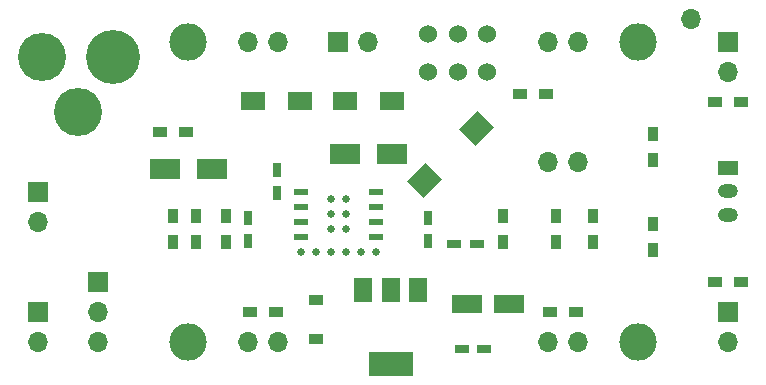
<source format=gts>
G04 #@! TF.FileFunction,Soldermask,Top*
%FSLAX46Y46*%
G04 Gerber Fmt 4.6, Leading zero omitted, Abs format (unit mm)*
G04 Created by KiCad (PCBNEW 4.0.6) date 08/14/17 09:10:16*
%MOMM*%
%LPD*%
G01*
G04 APERTURE LIST*
%ADD10C,0.100000*%
%ADD11R,1.200000X0.900000*%
%ADD12C,0.635000*%
%ADD13R,1.143000X0.508000*%
%ADD14R,0.750000X1.200000*%
%ADD15R,1.200000X0.750000*%
%ADD16R,2.600000X1.600000*%
%ADD17R,1.700000X1.700000*%
%ADD18O,1.700000X1.700000*%
%ADD19C,1.524000*%
%ADD20R,3.800000X2.000000*%
%ADD21R,1.500000X2.000000*%
%ADD22C,3.175000*%
%ADD23R,2.500000X1.800000*%
%ADD24R,0.900000X1.200000*%
%ADD25R,2.000000X1.600000*%
%ADD26R,1.700000X1.200000*%
%ADD27O,1.700000X1.200000*%
%ADD28C,4.572000*%
%ADD29C,4.064000*%
G04 APERTURE END LIST*
D10*
D11*
X173820000Y-147320000D03*
X171620000Y-147320000D03*
D12*
X136525000Y-144780000D03*
X142875000Y-144780000D03*
D10*
G36*
X148509924Y-138654289D02*
X146954289Y-140209924D01*
X145540076Y-138795711D01*
X147095711Y-137240076D01*
X148509924Y-138654289D01*
X148509924Y-138654289D01*
G37*
G36*
X152909924Y-134254289D02*
X151354289Y-135809924D01*
X149940076Y-134395711D01*
X151495711Y-132840076D01*
X152909924Y-134254289D01*
X152909924Y-134254289D01*
G37*
D12*
X141605000Y-144780000D03*
X140335000Y-144780000D03*
X139065000Y-144780000D03*
X137795000Y-144780000D03*
X139065000Y-142875000D03*
X140335000Y-142875000D03*
X140335000Y-141605000D03*
X139065000Y-141605000D03*
X140335000Y-140335000D03*
D13*
X142875000Y-139700000D03*
X142875000Y-140970000D03*
X142875000Y-142240000D03*
X142875000Y-143510000D03*
X136525000Y-143510000D03*
X136525000Y-142240000D03*
X136525000Y-140970000D03*
X136525000Y-139700000D03*
D14*
X132080000Y-141925000D03*
X132080000Y-143825000D03*
X134493000Y-137861000D03*
X134493000Y-139761000D03*
D15*
X149545000Y-144145000D03*
X151445000Y-144145000D03*
D14*
X147320000Y-143825000D03*
X147320000Y-141925000D03*
D15*
X150180000Y-153035000D03*
X152080000Y-153035000D03*
D16*
X154200000Y-149225000D03*
X150600000Y-149225000D03*
D17*
X114300000Y-139700000D03*
D18*
X114300000Y-142240000D03*
D17*
X139700000Y-127000000D03*
D18*
X142240000Y-127000000D03*
D17*
X119380000Y-147320000D03*
D18*
X119380000Y-149860000D03*
X119380000Y-152400000D03*
D17*
X114300000Y-149860000D03*
D18*
X114300000Y-152400000D03*
D17*
X172720000Y-127000000D03*
D18*
X172720000Y-129540000D03*
D17*
X172720000Y-149860000D03*
D18*
X172720000Y-152400000D03*
D19*
X147320000Y-129540000D03*
X149820000Y-129540000D03*
X152320000Y-129540000D03*
X152320000Y-126340000D03*
X149820000Y-126340000D03*
X147320000Y-126340000D03*
D18*
X132080000Y-127000000D03*
X134620000Y-127000000D03*
X157480000Y-127000000D03*
X160020000Y-127000000D03*
X132080000Y-152400000D03*
X134620000Y-152400000D03*
X157480000Y-152400000D03*
X160020000Y-152400000D03*
X157480000Y-137160000D03*
D20*
X144145000Y-154280000D03*
D21*
X144145000Y-147980000D03*
X141845000Y-147980000D03*
X146445000Y-147980000D03*
D22*
X127000000Y-127000000D03*
X127000000Y-152400000D03*
X165100000Y-127000000D03*
X165100000Y-152400000D03*
D12*
X139065000Y-140335000D03*
D18*
X160020000Y-137160000D03*
X169545000Y-125095000D03*
D23*
X144240000Y-136525000D03*
X140240000Y-136525000D03*
X129000000Y-137795000D03*
X125000000Y-137795000D03*
D11*
X137795000Y-152145000D03*
X137795000Y-148845000D03*
X157650000Y-149860000D03*
X159850000Y-149860000D03*
X132250000Y-149860000D03*
X134450000Y-149860000D03*
X155110000Y-131445000D03*
X157310000Y-131445000D03*
X124630000Y-134620000D03*
X126830000Y-134620000D03*
D24*
X166370000Y-144610000D03*
X166370000Y-142410000D03*
X166370000Y-134790000D03*
X166370000Y-136990000D03*
X158115000Y-141775000D03*
X158115000Y-143975000D03*
X161290000Y-143975000D03*
X161290000Y-141775000D03*
X153670000Y-141775000D03*
X153670000Y-143975000D03*
X130175000Y-143975000D03*
X130175000Y-141775000D03*
X127635000Y-143975000D03*
X127635000Y-141775000D03*
X125730000Y-141775000D03*
X125730000Y-143975000D03*
D25*
X132467600Y-132029200D03*
X136467600Y-132029200D03*
X144240000Y-132029200D03*
X140240000Y-132029200D03*
D11*
X173820000Y-132080000D03*
X171620000Y-132080000D03*
D26*
X172720000Y-137668000D03*
D27*
X172720000Y-139668000D03*
X172720000Y-141668000D03*
D28*
X120650000Y-128270000D03*
D29*
X114650000Y-128270000D03*
X117650000Y-132970000D03*
M02*

</source>
